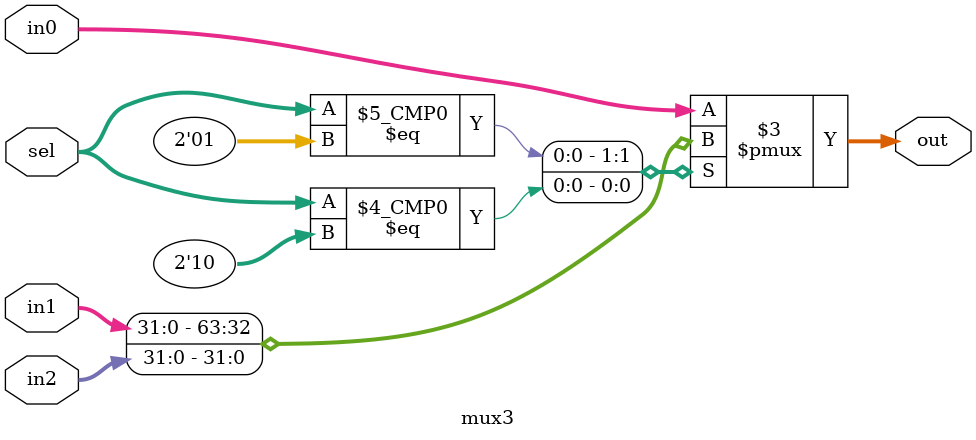
<source format=v>
`timescale 1ns / 1ps


module mux3 (in0, in1, in2, sel, out);
    parameter n = 32;
    input[n-1:0] in0, in1, in2;
    input[1:0] sel;
    output reg [n-1:0] out;

    always@(*)
    begin
        case (sel)
            2'd0: out = in0;
            2'd1: out = in1;
            2'd2: out = in2;
            default: out = in0;
        endcase
    end
endmodule
</source>
